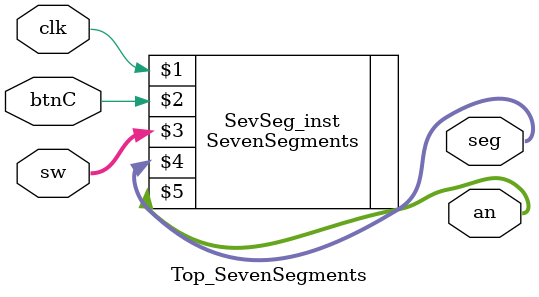
<source format=v>
`timescale 1ns / 1ps


module Top_SevenSegments(
    input clk,
    input btnC,
    input [3:0] sw,
    output [6:0] seg,
    output [7:0] an
    );
    
    SevenSegments SevSeg_inst (clk, btnC, sw, seg, an);
    
endmodule

</source>
